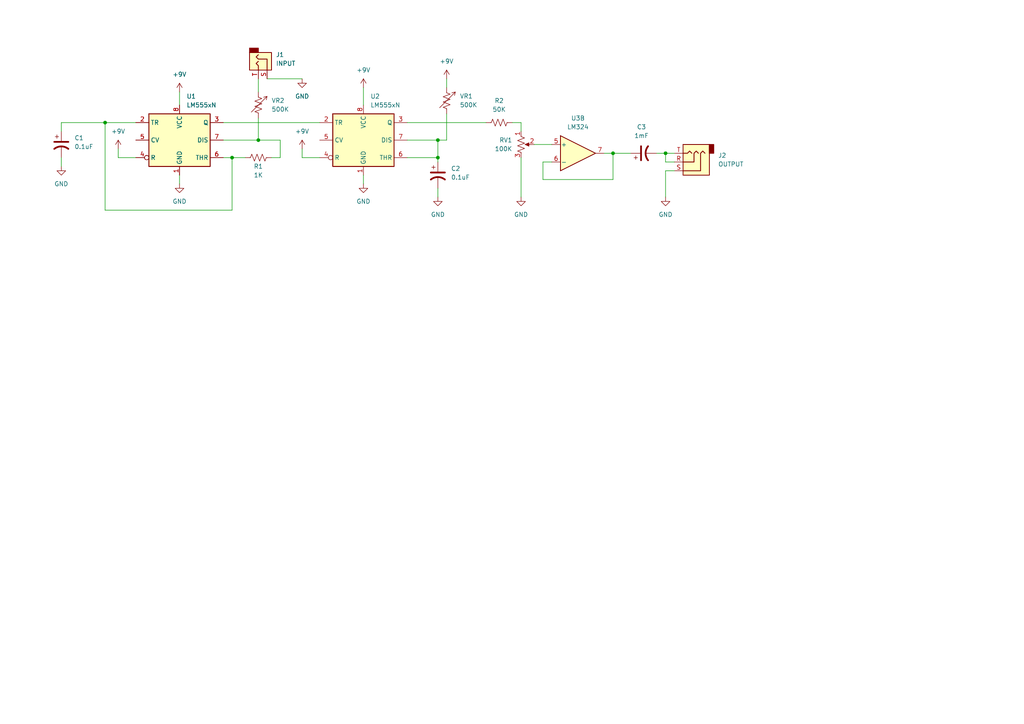
<source format=kicad_sch>
(kicad_sch (version 20230121) (generator eeschema)

  (uuid 3db2b854-567f-4631-b764-bc8442698c9a)

  (paper "A4")

  (lib_symbols
    (symbol "Amplifier_Operational:LM324" (pin_names (offset 0.127)) (in_bom yes) (on_board yes)
      (property "Reference" "U" (at 0 5.08 0)
        (effects (font (size 1.27 1.27)) (justify left))
      )
      (property "Value" "LM324" (at 0 -5.08 0)
        (effects (font (size 1.27 1.27)) (justify left))
      )
      (property "Footprint" "" (at -1.27 2.54 0)
        (effects (font (size 1.27 1.27)) hide)
      )
      (property "Datasheet" "http://www.ti.com/lit/ds/symlink/lm2902-n.pdf" (at 1.27 5.08 0)
        (effects (font (size 1.27 1.27)) hide)
      )
      (property "ki_locked" "" (at 0 0 0)
        (effects (font (size 1.27 1.27)))
      )
      (property "ki_keywords" "quad opamp" (at 0 0 0)
        (effects (font (size 1.27 1.27)) hide)
      )
      (property "ki_description" "Low-Power, Quad-Operational Amplifiers, DIP-14/SOIC-14/SSOP-14" (at 0 0 0)
        (effects (font (size 1.27 1.27)) hide)
      )
      (property "ki_fp_filters" "SOIC*3.9x8.7mm*P1.27mm* DIP*W7.62mm* TSSOP*4.4x5mm*P0.65mm* SSOP*5.3x6.2mm*P0.65mm* MSOP*3x3mm*P0.5mm*" (at 0 0 0)
        (effects (font (size 1.27 1.27)) hide)
      )
      (symbol "LM324_1_1"
        (polyline
          (pts
            (xy -5.08 5.08)
            (xy 5.08 0)
            (xy -5.08 -5.08)
            (xy -5.08 5.08)
          )
          (stroke (width 0.254) (type default))
          (fill (type background))
        )
        (pin output line (at 7.62 0 180) (length 2.54)
          (name "~" (effects (font (size 1.27 1.27))))
          (number "1" (effects (font (size 1.27 1.27))))
        )
        (pin input line (at -7.62 -2.54 0) (length 2.54)
          (name "-" (effects (font (size 1.27 1.27))))
          (number "2" (effects (font (size 1.27 1.27))))
        )
        (pin input line (at -7.62 2.54 0) (length 2.54)
          (name "+" (effects (font (size 1.27 1.27))))
          (number "3" (effects (font (size 1.27 1.27))))
        )
      )
      (symbol "LM324_2_1"
        (polyline
          (pts
            (xy -5.08 5.08)
            (xy 5.08 0)
            (xy -5.08 -5.08)
            (xy -5.08 5.08)
          )
          (stroke (width 0.254) (type default))
          (fill (type background))
        )
        (pin input line (at -7.62 2.54 0) (length 2.54)
          (name "+" (effects (font (size 1.27 1.27))))
          (number "5" (effects (font (size 1.27 1.27))))
        )
        (pin input line (at -7.62 -2.54 0) (length 2.54)
          (name "-" (effects (font (size 1.27 1.27))))
          (number "6" (effects (font (size 1.27 1.27))))
        )
        (pin output line (at 7.62 0 180) (length 2.54)
          (name "~" (effects (font (size 1.27 1.27))))
          (number "7" (effects (font (size 1.27 1.27))))
        )
      )
      (symbol "LM324_3_1"
        (polyline
          (pts
            (xy -5.08 5.08)
            (xy 5.08 0)
            (xy -5.08 -5.08)
            (xy -5.08 5.08)
          )
          (stroke (width 0.254) (type default))
          (fill (type background))
        )
        (pin input line (at -7.62 2.54 0) (length 2.54)
          (name "+" (effects (font (size 1.27 1.27))))
          (number "10" (effects (font (size 1.27 1.27))))
        )
        (pin output line (at 7.62 0 180) (length 2.54)
          (name "~" (effects (font (size 1.27 1.27))))
          (number "8" (effects (font (size 1.27 1.27))))
        )
        (pin input line (at -7.62 -2.54 0) (length 2.54)
          (name "-" (effects (font (size 1.27 1.27))))
          (number "9" (effects (font (size 1.27 1.27))))
        )
      )
      (symbol "LM324_4_1"
        (polyline
          (pts
            (xy -5.08 5.08)
            (xy 5.08 0)
            (xy -5.08 -5.08)
            (xy -5.08 5.08)
          )
          (stroke (width 0.254) (type default))
          (fill (type background))
        )
        (pin input line (at -7.62 2.54 0) (length 2.54)
          (name "+" (effects (font (size 1.27 1.27))))
          (number "12" (effects (font (size 1.27 1.27))))
        )
        (pin input line (at -7.62 -2.54 0) (length 2.54)
          (name "-" (effects (font (size 1.27 1.27))))
          (number "13" (effects (font (size 1.27 1.27))))
        )
        (pin output line (at 7.62 0 180) (length 2.54)
          (name "~" (effects (font (size 1.27 1.27))))
          (number "14" (effects (font (size 1.27 1.27))))
        )
      )
      (symbol "LM324_5_1"
        (pin power_in line (at -2.54 -7.62 90) (length 3.81)
          (name "V-" (effects (font (size 1.27 1.27))))
          (number "11" (effects (font (size 1.27 1.27))))
        )
        (pin power_in line (at -2.54 7.62 270) (length 3.81)
          (name "V+" (effects (font (size 1.27 1.27))))
          (number "4" (effects (font (size 1.27 1.27))))
        )
      )
    )
    (symbol "Connector:AudioJack2" (in_bom yes) (on_board yes)
      (property "Reference" "J" (at 0 8.89 0)
        (effects (font (size 1.27 1.27)))
      )
      (property "Value" "AudioJack2" (at 0 6.35 0)
        (effects (font (size 1.27 1.27)))
      )
      (property "Footprint" "" (at 0 0 0)
        (effects (font (size 1.27 1.27)) hide)
      )
      (property "Datasheet" "~" (at 0 0 0)
        (effects (font (size 1.27 1.27)) hide)
      )
      (property "ki_keywords" "audio jack receptacle mono phone headphone TS connector" (at 0 0 0)
        (effects (font (size 1.27 1.27)) hide)
      )
      (property "ki_description" "Audio Jack, 2 Poles (Mono / TS)" (at 0 0 0)
        (effects (font (size 1.27 1.27)) hide)
      )
      (property "ki_fp_filters" "Jack*" (at 0 0 0)
        (effects (font (size 1.27 1.27)) hide)
      )
      (symbol "AudioJack2_0_1"
        (rectangle (start -3.81 0) (end -2.54 -2.54)
          (stroke (width 0.254) (type default))
          (fill (type outline))
        )
        (rectangle (start -2.54 3.81) (end 2.54 -2.54)
          (stroke (width 0.254) (type default))
          (fill (type background))
        )
        (polyline
          (pts
            (xy 0 0)
            (xy 0.635 -0.635)
            (xy 1.27 0)
            (xy 2.54 0)
          )
          (stroke (width 0.254) (type default))
          (fill (type none))
        )
        (polyline
          (pts
            (xy 2.54 2.54)
            (xy -0.635 2.54)
            (xy -0.635 0)
            (xy -1.27 -0.635)
            (xy -1.905 0)
          )
          (stroke (width 0.254) (type default))
          (fill (type none))
        )
      )
      (symbol "AudioJack2_1_1"
        (pin passive line (at 5.08 2.54 180) (length 2.54)
          (name "~" (effects (font (size 1.27 1.27))))
          (number "S" (effects (font (size 1.27 1.27))))
        )
        (pin passive line (at 5.08 0 180) (length 2.54)
          (name "~" (effects (font (size 1.27 1.27))))
          (number "T" (effects (font (size 1.27 1.27))))
        )
      )
    )
    (symbol "Connector:AudioJack3" (in_bom yes) (on_board yes)
      (property "Reference" "J" (at 0 8.89 0)
        (effects (font (size 1.27 1.27)))
      )
      (property "Value" "AudioJack3" (at 0 6.35 0)
        (effects (font (size 1.27 1.27)))
      )
      (property "Footprint" "" (at 0 0 0)
        (effects (font (size 1.27 1.27)) hide)
      )
      (property "Datasheet" "~" (at 0 0 0)
        (effects (font (size 1.27 1.27)) hide)
      )
      (property "ki_keywords" "audio jack receptacle stereo headphones phones TRS connector" (at 0 0 0)
        (effects (font (size 1.27 1.27)) hide)
      )
      (property "ki_description" "Audio Jack, 3 Poles (Stereo / TRS)" (at 0 0 0)
        (effects (font (size 1.27 1.27)) hide)
      )
      (property "ki_fp_filters" "Jack*" (at 0 0 0)
        (effects (font (size 1.27 1.27)) hide)
      )
      (symbol "AudioJack3_0_1"
        (rectangle (start -5.08 -5.08) (end -6.35 -2.54)
          (stroke (width 0.254) (type default))
          (fill (type outline))
        )
        (polyline
          (pts
            (xy 0 -2.54)
            (xy 0.635 -3.175)
            (xy 1.27 -2.54)
            (xy 2.54 -2.54)
          )
          (stroke (width 0.254) (type default))
          (fill (type none))
        )
        (polyline
          (pts
            (xy -1.905 -2.54)
            (xy -1.27 -3.175)
            (xy -0.635 -2.54)
            (xy -0.635 0)
            (xy 2.54 0)
          )
          (stroke (width 0.254) (type default))
          (fill (type none))
        )
        (polyline
          (pts
            (xy 2.54 2.54)
            (xy -2.54 2.54)
            (xy -2.54 -2.54)
            (xy -3.175 -3.175)
            (xy -3.81 -2.54)
          )
          (stroke (width 0.254) (type default))
          (fill (type none))
        )
        (rectangle (start 2.54 3.81) (end -5.08 -5.08)
          (stroke (width 0.254) (type default))
          (fill (type background))
        )
      )
      (symbol "AudioJack3_1_1"
        (pin passive line (at 5.08 0 180) (length 2.54)
          (name "~" (effects (font (size 1.27 1.27))))
          (number "R" (effects (font (size 1.27 1.27))))
        )
        (pin passive line (at 5.08 2.54 180) (length 2.54)
          (name "~" (effects (font (size 1.27 1.27))))
          (number "S" (effects (font (size 1.27 1.27))))
        )
        (pin passive line (at 5.08 -2.54 180) (length 2.54)
          (name "~" (effects (font (size 1.27 1.27))))
          (number "T" (effects (font (size 1.27 1.27))))
        )
      )
    )
    (symbol "Device:C_Polarized_US" (pin_numbers hide) (pin_names (offset 0.254) hide) (in_bom yes) (on_board yes)
      (property "Reference" "C" (at 0.635 2.54 0)
        (effects (font (size 1.27 1.27)) (justify left))
      )
      (property "Value" "C_Polarized_US" (at 0.635 -2.54 0)
        (effects (font (size 1.27 1.27)) (justify left))
      )
      (property "Footprint" "" (at 0 0 0)
        (effects (font (size 1.27 1.27)) hide)
      )
      (property "Datasheet" "~" (at 0 0 0)
        (effects (font (size 1.27 1.27)) hide)
      )
      (property "ki_keywords" "cap capacitor" (at 0 0 0)
        (effects (font (size 1.27 1.27)) hide)
      )
      (property "ki_description" "Polarized capacitor, US symbol" (at 0 0 0)
        (effects (font (size 1.27 1.27)) hide)
      )
      (property "ki_fp_filters" "CP_*" (at 0 0 0)
        (effects (font (size 1.27 1.27)) hide)
      )
      (symbol "C_Polarized_US_0_1"
        (polyline
          (pts
            (xy -2.032 0.762)
            (xy 2.032 0.762)
          )
          (stroke (width 0.508) (type default))
          (fill (type none))
        )
        (polyline
          (pts
            (xy -1.778 2.286)
            (xy -0.762 2.286)
          )
          (stroke (width 0) (type default))
          (fill (type none))
        )
        (polyline
          (pts
            (xy -1.27 1.778)
            (xy -1.27 2.794)
          )
          (stroke (width 0) (type default))
          (fill (type none))
        )
        (arc (start 2.032 -1.27) (mid 0 -0.5572) (end -2.032 -1.27)
          (stroke (width 0.508) (type default))
          (fill (type none))
        )
      )
      (symbol "C_Polarized_US_1_1"
        (pin passive line (at 0 3.81 270) (length 2.794)
          (name "~" (effects (font (size 1.27 1.27))))
          (number "1" (effects (font (size 1.27 1.27))))
        )
        (pin passive line (at 0 -3.81 90) (length 3.302)
          (name "~" (effects (font (size 1.27 1.27))))
          (number "2" (effects (font (size 1.27 1.27))))
        )
      )
    )
    (symbol "Device:R_Potentiometer_US" (pin_names (offset 1.016) hide) (in_bom yes) (on_board yes)
      (property "Reference" "RV" (at -4.445 0 90)
        (effects (font (size 1.27 1.27)))
      )
      (property "Value" "R_Potentiometer_US" (at -2.54 0 90)
        (effects (font (size 1.27 1.27)))
      )
      (property "Footprint" "" (at 0 0 0)
        (effects (font (size 1.27 1.27)) hide)
      )
      (property "Datasheet" "~" (at 0 0 0)
        (effects (font (size 1.27 1.27)) hide)
      )
      (property "ki_keywords" "resistor variable" (at 0 0 0)
        (effects (font (size 1.27 1.27)) hide)
      )
      (property "ki_description" "Potentiometer, US symbol" (at 0 0 0)
        (effects (font (size 1.27 1.27)) hide)
      )
      (property "ki_fp_filters" "Potentiometer*" (at 0 0 0)
        (effects (font (size 1.27 1.27)) hide)
      )
      (symbol "R_Potentiometer_US_0_1"
        (polyline
          (pts
            (xy 0 -2.286)
            (xy 0 -2.54)
          )
          (stroke (width 0) (type default))
          (fill (type none))
        )
        (polyline
          (pts
            (xy 0 2.54)
            (xy 0 2.286)
          )
          (stroke (width 0) (type default))
          (fill (type none))
        )
        (polyline
          (pts
            (xy 2.54 0)
            (xy 1.524 0)
          )
          (stroke (width 0) (type default))
          (fill (type none))
        )
        (polyline
          (pts
            (xy 1.143 0)
            (xy 2.286 0.508)
            (xy 2.286 -0.508)
            (xy 1.143 0)
          )
          (stroke (width 0) (type default))
          (fill (type outline))
        )
        (polyline
          (pts
            (xy 0 -0.762)
            (xy 1.016 -1.143)
            (xy 0 -1.524)
            (xy -1.016 -1.905)
            (xy 0 -2.286)
          )
          (stroke (width 0) (type default))
          (fill (type none))
        )
        (polyline
          (pts
            (xy 0 0.762)
            (xy 1.016 0.381)
            (xy 0 0)
            (xy -1.016 -0.381)
            (xy 0 -0.762)
          )
          (stroke (width 0) (type default))
          (fill (type none))
        )
        (polyline
          (pts
            (xy 0 2.286)
            (xy 1.016 1.905)
            (xy 0 1.524)
            (xy -1.016 1.143)
            (xy 0 0.762)
          )
          (stroke (width 0) (type default))
          (fill (type none))
        )
      )
      (symbol "R_Potentiometer_US_1_1"
        (pin passive line (at 0 3.81 270) (length 1.27)
          (name "1" (effects (font (size 1.27 1.27))))
          (number "1" (effects (font (size 1.27 1.27))))
        )
        (pin passive line (at 3.81 0 180) (length 1.27)
          (name "2" (effects (font (size 1.27 1.27))))
          (number "2" (effects (font (size 1.27 1.27))))
        )
        (pin passive line (at 0 -3.81 90) (length 1.27)
          (name "3" (effects (font (size 1.27 1.27))))
          (number "3" (effects (font (size 1.27 1.27))))
        )
      )
    )
    (symbol "Device:R_US" (pin_numbers hide) (pin_names (offset 0)) (in_bom yes) (on_board yes)
      (property "Reference" "R" (at 2.54 0 90)
        (effects (font (size 1.27 1.27)))
      )
      (property "Value" "R_US" (at -2.54 0 90)
        (effects (font (size 1.27 1.27)))
      )
      (property "Footprint" "" (at 1.016 -0.254 90)
        (effects (font (size 1.27 1.27)) hide)
      )
      (property "Datasheet" "~" (at 0 0 0)
        (effects (font (size 1.27 1.27)) hide)
      )
      (property "ki_keywords" "R res resistor" (at 0 0 0)
        (effects (font (size 1.27 1.27)) hide)
      )
      (property "ki_description" "Resistor, US symbol" (at 0 0 0)
        (effects (font (size 1.27 1.27)) hide)
      )
      (property "ki_fp_filters" "R_*" (at 0 0 0)
        (effects (font (size 1.27 1.27)) hide)
      )
      (symbol "R_US_0_1"
        (polyline
          (pts
            (xy 0 -2.286)
            (xy 0 -2.54)
          )
          (stroke (width 0) (type default))
          (fill (type none))
        )
        (polyline
          (pts
            (xy 0 2.286)
            (xy 0 2.54)
          )
          (stroke (width 0) (type default))
          (fill (type none))
        )
        (polyline
          (pts
            (xy 0 -0.762)
            (xy 1.016 -1.143)
            (xy 0 -1.524)
            (xy -1.016 -1.905)
            (xy 0 -2.286)
          )
          (stroke (width 0) (type default))
          (fill (type none))
        )
        (polyline
          (pts
            (xy 0 0.762)
            (xy 1.016 0.381)
            (xy 0 0)
            (xy -1.016 -0.381)
            (xy 0 -0.762)
          )
          (stroke (width 0) (type default))
          (fill (type none))
        )
        (polyline
          (pts
            (xy 0 2.286)
            (xy 1.016 1.905)
            (xy 0 1.524)
            (xy -1.016 1.143)
            (xy 0 0.762)
          )
          (stroke (width 0) (type default))
          (fill (type none))
        )
      )
      (symbol "R_US_1_1"
        (pin passive line (at 0 3.81 270) (length 1.27)
          (name "~" (effects (font (size 1.27 1.27))))
          (number "1" (effects (font (size 1.27 1.27))))
        )
        (pin passive line (at 0 -3.81 90) (length 1.27)
          (name "~" (effects (font (size 1.27 1.27))))
          (number "2" (effects (font (size 1.27 1.27))))
        )
      )
    )
    (symbol "Device:R_Variable_US" (pin_numbers hide) (pin_names (offset 0)) (in_bom yes) (on_board yes)
      (property "Reference" "R" (at 2.54 -2.54 90)
        (effects (font (size 1.27 1.27)) (justify left))
      )
      (property "Value" "R_Variable_US" (at -2.54 -1.27 90)
        (effects (font (size 1.27 1.27)) (justify left))
      )
      (property "Footprint" "" (at -1.778 0 90)
        (effects (font (size 1.27 1.27)) hide)
      )
      (property "Datasheet" "~" (at 0 0 0)
        (effects (font (size 1.27 1.27)) hide)
      )
      (property "ki_keywords" "R res resistor variable potentiometer rheostat" (at 0 0 0)
        (effects (font (size 1.27 1.27)) hide)
      )
      (property "ki_description" "Variable resistor, US symbol" (at 0 0 0)
        (effects (font (size 1.27 1.27)) hide)
      )
      (property "ki_fp_filters" "R_*" (at 0 0 0)
        (effects (font (size 1.27 1.27)) hide)
      )
      (symbol "R_Variable_US_0_1"
        (polyline
          (pts
            (xy 0 -2.286)
            (xy 0 -2.54)
          )
          (stroke (width 0) (type default))
          (fill (type none))
        )
        (polyline
          (pts
            (xy 0 2.286)
            (xy 0 2.54)
          )
          (stroke (width 0) (type default))
          (fill (type none))
        )
        (polyline
          (pts
            (xy 0 -0.762)
            (xy 1.016 -1.143)
            (xy 0 -1.524)
            (xy -1.016 -1.905)
            (xy 0 -2.286)
          )
          (stroke (width 0) (type default))
          (fill (type none))
        )
        (polyline
          (pts
            (xy 0 0.762)
            (xy 1.016 0.381)
            (xy 0 0)
            (xy -1.016 -0.381)
            (xy 0 -0.762)
          )
          (stroke (width 0) (type default))
          (fill (type none))
        )
        (polyline
          (pts
            (xy 0 2.286)
            (xy 1.016 1.905)
            (xy 0 1.524)
            (xy -1.016 1.143)
            (xy 0 0.762)
          )
          (stroke (width 0.1524) (type default))
          (fill (type none))
        )
        (polyline
          (pts
            (xy 2.286 1.524)
            (xy 2.54 2.54)
            (xy 1.524 2.286)
            (xy 2.54 2.54)
            (xy -2.032 -2.032)
          )
          (stroke (width 0.1524) (type default))
          (fill (type none))
        )
      )
      (symbol "R_Variable_US_1_1"
        (pin passive line (at 0 3.81 270) (length 1.27)
          (name "~" (effects (font (size 1.27 1.27))))
          (number "1" (effects (font (size 1.27 1.27))))
        )
        (pin passive line (at 0 -3.81 90) (length 1.27)
          (name "~" (effects (font (size 1.27 1.27))))
          (number "2" (effects (font (size 1.27 1.27))))
        )
      )
    )
    (symbol "Timer:LM555xN" (in_bom yes) (on_board yes)
      (property "Reference" "U" (at -10.16 8.89 0)
        (effects (font (size 1.27 1.27)) (justify left))
      )
      (property "Value" "LM555xN" (at 2.54 8.89 0)
        (effects (font (size 1.27 1.27)) (justify left))
      )
      (property "Footprint" "Package_DIP:DIP-8_W7.62mm" (at 16.51 -10.16 0)
        (effects (font (size 1.27 1.27)) hide)
      )
      (property "Datasheet" "http://www.ti.com/lit/ds/symlink/lm555.pdf" (at 21.59 -10.16 0)
        (effects (font (size 1.27 1.27)) hide)
      )
      (property "ki_keywords" "single timer 555" (at 0 0 0)
        (effects (font (size 1.27 1.27)) hide)
      )
      (property "ki_description" "Timer, 555 compatible, PDIP-8" (at 0 0 0)
        (effects (font (size 1.27 1.27)) hide)
      )
      (property "ki_fp_filters" "DIP*W7.62mm*" (at 0 0 0)
        (effects (font (size 1.27 1.27)) hide)
      )
      (symbol "LM555xN_0_0"
        (pin power_in line (at 0 -10.16 90) (length 2.54)
          (name "GND" (effects (font (size 1.27 1.27))))
          (number "1" (effects (font (size 1.27 1.27))))
        )
        (pin power_in line (at 0 10.16 270) (length 2.54)
          (name "VCC" (effects (font (size 1.27 1.27))))
          (number "8" (effects (font (size 1.27 1.27))))
        )
      )
      (symbol "LM555xN_0_1"
        (rectangle (start -8.89 -7.62) (end 8.89 7.62)
          (stroke (width 0.254) (type default))
          (fill (type background))
        )
        (rectangle (start -8.89 -7.62) (end 8.89 7.62)
          (stroke (width 0.254) (type default))
          (fill (type background))
        )
      )
      (symbol "LM555xN_1_1"
        (pin input line (at -12.7 5.08 0) (length 3.81)
          (name "TR" (effects (font (size 1.27 1.27))))
          (number "2" (effects (font (size 1.27 1.27))))
        )
        (pin output line (at 12.7 5.08 180) (length 3.81)
          (name "Q" (effects (font (size 1.27 1.27))))
          (number "3" (effects (font (size 1.27 1.27))))
        )
        (pin input inverted (at -12.7 -5.08 0) (length 3.81)
          (name "R" (effects (font (size 1.27 1.27))))
          (number "4" (effects (font (size 1.27 1.27))))
        )
        (pin input line (at -12.7 0 0) (length 3.81)
          (name "CV" (effects (font (size 1.27 1.27))))
          (number "5" (effects (font (size 1.27 1.27))))
        )
        (pin input line (at 12.7 -5.08 180) (length 3.81)
          (name "THR" (effects (font (size 1.27 1.27))))
          (number "6" (effects (font (size 1.27 1.27))))
        )
        (pin input line (at 12.7 0 180) (length 3.81)
          (name "DIS" (effects (font (size 1.27 1.27))))
          (number "7" (effects (font (size 1.27 1.27))))
        )
      )
    )
    (symbol "power:+9V" (power) (pin_names (offset 0)) (in_bom yes) (on_board yes)
      (property "Reference" "#PWR" (at 0 -3.81 0)
        (effects (font (size 1.27 1.27)) hide)
      )
      (property "Value" "+9V" (at 0 3.556 0)
        (effects (font (size 1.27 1.27)))
      )
      (property "Footprint" "" (at 0 0 0)
        (effects (font (size 1.27 1.27)) hide)
      )
      (property "Datasheet" "" (at 0 0 0)
        (effects (font (size 1.27 1.27)) hide)
      )
      (property "ki_keywords" "power-flag" (at 0 0 0)
        (effects (font (size 1.27 1.27)) hide)
      )
      (property "ki_description" "Power symbol creates a global label with name \"+9V\"" (at 0 0 0)
        (effects (font (size 1.27 1.27)) hide)
      )
      (symbol "+9V_0_1"
        (polyline
          (pts
            (xy -0.762 1.27)
            (xy 0 2.54)
          )
          (stroke (width 0) (type default))
          (fill (type none))
        )
        (polyline
          (pts
            (xy 0 0)
            (xy 0 2.54)
          )
          (stroke (width 0) (type default))
          (fill (type none))
        )
        (polyline
          (pts
            (xy 0 2.54)
            (xy 0.762 1.27)
          )
          (stroke (width 0) (type default))
          (fill (type none))
        )
      )
      (symbol "+9V_1_1"
        (pin power_in line (at 0 0 90) (length 0) hide
          (name "+9V" (effects (font (size 1.27 1.27))))
          (number "1" (effects (font (size 1.27 1.27))))
        )
      )
    )
    (symbol "power:GND" (power) (pin_names (offset 0)) (in_bom yes) (on_board yes)
      (property "Reference" "#PWR" (at 0 -6.35 0)
        (effects (font (size 1.27 1.27)) hide)
      )
      (property "Value" "GND" (at 0 -3.81 0)
        (effects (font (size 1.27 1.27)))
      )
      (property "Footprint" "" (at 0 0 0)
        (effects (font (size 1.27 1.27)) hide)
      )
      (property "Datasheet" "" (at 0 0 0)
        (effects (font (size 1.27 1.27)) hide)
      )
      (property "ki_keywords" "power-flag" (at 0 0 0)
        (effects (font (size 1.27 1.27)) hide)
      )
      (property "ki_description" "Power symbol creates a global label with name \"GND\" , ground" (at 0 0 0)
        (effects (font (size 1.27 1.27)) hide)
      )
      (symbol "GND_0_1"
        (polyline
          (pts
            (xy 0 0)
            (xy 0 -1.27)
            (xy 1.27 -1.27)
            (xy 0 -2.54)
            (xy -1.27 -1.27)
            (xy 0 -1.27)
          )
          (stroke (width 0) (type default))
          (fill (type none))
        )
      )
      (symbol "GND_1_1"
        (pin power_in line (at 0 0 270) (length 0) hide
          (name "GND" (effects (font (size 1.27 1.27))))
          (number "1" (effects (font (size 1.27 1.27))))
        )
      )
    )
  )

  (junction (at 67.31 45.72) (diameter 0) (color 0 0 0 0)
    (uuid 2c1318da-2b3a-47cf-b57d-33ddc99b17a3)
  )
  (junction (at 74.93 40.64) (diameter 0) (color 0 0 0 0)
    (uuid 37ec01c7-a435-4d90-b6f2-3c8429b350a0)
  )
  (junction (at 193.04 44.45) (diameter 0) (color 0 0 0 0)
    (uuid 46c4f4fb-aca7-4f46-b54d-c49e93c6bac0)
  )
  (junction (at 127 40.64) (diameter 0) (color 0 0 0 0)
    (uuid 5df3d94b-53c4-4b3d-8a93-7a91b476f5d0)
  )
  (junction (at 127 45.72) (diameter 0) (color 0 0 0 0)
    (uuid 7fe8f781-0e30-4592-89c2-a03d349ad8ab)
  )
  (junction (at 177.8 44.45) (diameter 0) (color 0 0 0 0)
    (uuid c6b195df-d9f4-4f6c-910f-717e0a326b6d)
  )
  (junction (at 30.48 35.56) (diameter 0) (color 0 0 0 0)
    (uuid e3f4f9ad-a251-41be-abd6-19fae91257d5)
  )

  (wire (pts (xy 127 54.61) (xy 127 57.15))
    (stroke (width 0) (type default))
    (uuid 06cd31b6-ddd4-4dd0-9836-858909157344)
  )
  (wire (pts (xy 74.93 40.64) (xy 81.28 40.64))
    (stroke (width 0) (type default))
    (uuid 112d6490-e4e3-452e-b444-0159995a9324)
  )
  (wire (pts (xy 177.8 52.07) (xy 157.48 52.07))
    (stroke (width 0) (type default))
    (uuid 17a1a2b4-9c1c-41f7-8399-01b547d41db5)
  )
  (wire (pts (xy 17.78 38.1) (xy 17.78 35.56))
    (stroke (width 0) (type default))
    (uuid 1803c5cf-5686-4eec-a316-c6fc376bba8f)
  )
  (wire (pts (xy 34.29 43.18) (xy 34.29 45.72))
    (stroke (width 0) (type default))
    (uuid 18994df9-1c4d-4d00-ac79-93b3d7a98e7d)
  )
  (wire (pts (xy 148.59 35.56) (xy 151.13 35.56))
    (stroke (width 0) (type default))
    (uuid 20b8c908-3824-4c53-96cb-3ae3a44d23a9)
  )
  (wire (pts (xy 30.48 35.56) (xy 39.37 35.56))
    (stroke (width 0) (type default))
    (uuid 27296ef3-be64-4716-9627-3ba40faca72c)
  )
  (wire (pts (xy 129.54 40.64) (xy 127 40.64))
    (stroke (width 0) (type default))
    (uuid 2b380a0d-d45c-41fb-8046-9d428665a824)
  )
  (wire (pts (xy 127 45.72) (xy 127 46.99))
    (stroke (width 0) (type default))
    (uuid 2f9addf2-ba7e-47a8-8ab9-1fe7873771a5)
  )
  (wire (pts (xy 87.63 45.72) (xy 92.71 45.72))
    (stroke (width 0) (type default))
    (uuid 31d64918-d9e0-494a-bc95-947f89b353d4)
  )
  (wire (pts (xy 78.74 45.72) (xy 81.28 45.72))
    (stroke (width 0) (type default))
    (uuid 338e26fb-9b9e-45ed-acfc-4969998e3895)
  )
  (wire (pts (xy 74.93 34.29) (xy 74.93 40.64))
    (stroke (width 0) (type default))
    (uuid 34e0ce77-f403-49d9-a3d2-227f14e0a525)
  )
  (wire (pts (xy 175.26 44.45) (xy 177.8 44.45))
    (stroke (width 0) (type default))
    (uuid 3fe88271-cce0-4155-929c-85782924eb35)
  )
  (wire (pts (xy 67.31 45.72) (xy 67.31 60.96))
    (stroke (width 0) (type default))
    (uuid 48181262-263e-4a4a-b419-db2b7f6e6b6c)
  )
  (wire (pts (xy 64.77 40.64) (xy 74.93 40.64))
    (stroke (width 0) (type default))
    (uuid 49c33c47-b19e-4bf5-b6ea-dff50d11373b)
  )
  (wire (pts (xy 30.48 60.96) (xy 30.48 35.56))
    (stroke (width 0) (type default))
    (uuid 4e36bee2-986b-418c-a8cc-7db565aa9699)
  )
  (wire (pts (xy 195.58 46.99) (xy 193.04 46.99))
    (stroke (width 0) (type default))
    (uuid 52e7fc50-92b5-4313-a417-afc3d64ce55d)
  )
  (wire (pts (xy 52.07 26.67) (xy 52.07 30.48))
    (stroke (width 0) (type default))
    (uuid 5a08e4d1-2355-4266-8c80-c97124512904)
  )
  (wire (pts (xy 177.8 44.45) (xy 177.8 52.07))
    (stroke (width 0) (type default))
    (uuid 5c543303-f126-4a09-9a83-6268e1c9fec3)
  )
  (wire (pts (xy 64.77 35.56) (xy 92.71 35.56))
    (stroke (width 0) (type default))
    (uuid 610fa5a2-167f-4b98-8963-a3ff8defd173)
  )
  (wire (pts (xy 118.11 35.56) (xy 140.97 35.56))
    (stroke (width 0) (type default))
    (uuid 6c83a243-6dba-4013-8b9c-9552388e7ebe)
  )
  (wire (pts (xy 154.94 41.91) (xy 160.02 41.91))
    (stroke (width 0) (type default))
    (uuid 6eeac48b-0fcd-4421-967d-b2c4c6a857f4)
  )
  (wire (pts (xy 127 40.64) (xy 118.11 40.64))
    (stroke (width 0) (type default))
    (uuid 723dde6f-d5bd-4f1a-80d6-91e7b3861ac0)
  )
  (wire (pts (xy 105.41 25.4) (xy 105.41 30.48))
    (stroke (width 0) (type default))
    (uuid 72ae1190-81c2-472d-8112-f5beb93983e9)
  )
  (wire (pts (xy 127 40.64) (xy 127 45.72))
    (stroke (width 0) (type default))
    (uuid 80a64134-4e40-45b0-9e99-7373966907e4)
  )
  (wire (pts (xy 177.8 44.45) (xy 182.88 44.45))
    (stroke (width 0) (type default))
    (uuid 8343565d-8ed3-45c4-93a8-d7a88d557231)
  )
  (wire (pts (xy 81.28 40.64) (xy 81.28 45.72))
    (stroke (width 0) (type default))
    (uuid 884eea5a-d6db-4191-8fb8-1550d1f4030b)
  )
  (wire (pts (xy 193.04 44.45) (xy 195.58 44.45))
    (stroke (width 0) (type default))
    (uuid 8bfaac7c-b53d-43f5-b494-15562e3b728d)
  )
  (wire (pts (xy 17.78 45.72) (xy 17.78 48.26))
    (stroke (width 0) (type default))
    (uuid 8c178ec8-bee5-4486-8aee-243d28db47c2)
  )
  (wire (pts (xy 118.11 45.72) (xy 127 45.72))
    (stroke (width 0) (type default))
    (uuid 8e52c531-1741-4e72-a23a-b81bb5caf6ad)
  )
  (wire (pts (xy 77.47 22.86) (xy 87.63 22.86))
    (stroke (width 0) (type default))
    (uuid 983fd000-ac0e-4da0-935a-eba43d5d26e4)
  )
  (wire (pts (xy 193.04 44.45) (xy 193.04 46.99))
    (stroke (width 0) (type default))
    (uuid 9df564f6-5734-4e0f-a0fd-1e0bc0339c8d)
  )
  (wire (pts (xy 87.63 43.18) (xy 87.63 45.72))
    (stroke (width 0) (type default))
    (uuid 9faf4c30-de56-4590-afd0-42978aa51307)
  )
  (wire (pts (xy 105.41 50.8) (xy 105.41 53.34))
    (stroke (width 0) (type default))
    (uuid a59091b0-8da1-49d9-8c9c-69b2de2fcc81)
  )
  (wire (pts (xy 190.5 44.45) (xy 193.04 44.45))
    (stroke (width 0) (type default))
    (uuid b35d9ea5-4fe6-4323-ab67-66c5048822e6)
  )
  (wire (pts (xy 129.54 33.02) (xy 129.54 40.64))
    (stroke (width 0) (type default))
    (uuid c245fe2c-e8f0-44eb-add8-31b8d963f0fd)
  )
  (wire (pts (xy 34.29 45.72) (xy 39.37 45.72))
    (stroke (width 0) (type default))
    (uuid d4d084d0-00bb-4fda-bae3-6b37209e496f)
  )
  (wire (pts (xy 151.13 45.72) (xy 151.13 57.15))
    (stroke (width 0) (type default))
    (uuid da0dae29-42d4-483a-9ab1-6e5fb7494f0a)
  )
  (wire (pts (xy 157.48 46.99) (xy 160.02 46.99))
    (stroke (width 0) (type default))
    (uuid db63a4a7-032a-434b-b623-25db3e2b36ed)
  )
  (wire (pts (xy 195.58 49.53) (xy 193.04 49.53))
    (stroke (width 0) (type default))
    (uuid dc4588f9-5a78-4450-9908-c5fe9b6e208d)
  )
  (wire (pts (xy 193.04 49.53) (xy 193.04 57.15))
    (stroke (width 0) (type default))
    (uuid de1efd01-5d88-4957-aadd-993f094211d7)
  )
  (wire (pts (xy 67.31 45.72) (xy 71.12 45.72))
    (stroke (width 0) (type default))
    (uuid e27ecf25-54e2-428e-b2c8-e19df01bb771)
  )
  (wire (pts (xy 64.77 45.72) (xy 67.31 45.72))
    (stroke (width 0) (type default))
    (uuid e31a448c-88f7-482d-aa30-75edea8854c3)
  )
  (wire (pts (xy 157.48 52.07) (xy 157.48 46.99))
    (stroke (width 0) (type default))
    (uuid e3adbf01-8b14-4b39-a3af-b03a85547ed6)
  )
  (wire (pts (xy 17.78 35.56) (xy 30.48 35.56))
    (stroke (width 0) (type default))
    (uuid e94d63d5-ffa5-4f1d-b655-519c7ef7eef0)
  )
  (wire (pts (xy 52.07 50.8) (xy 52.07 53.34))
    (stroke (width 0) (type default))
    (uuid eeb9ce34-0440-47fd-abdc-95265ef7711c)
  )
  (wire (pts (xy 74.93 22.86) (xy 74.93 26.67))
    (stroke (width 0) (type default))
    (uuid f74f7d12-ab5a-4a8d-840c-9b93ec9b80bd)
  )
  (wire (pts (xy 67.31 60.96) (xy 30.48 60.96))
    (stroke (width 0) (type default))
    (uuid f9219649-1dcd-4aaf-be75-57508d68c297)
  )
  (wire (pts (xy 151.13 35.56) (xy 151.13 38.1))
    (stroke (width 0) (type default))
    (uuid fc4c206d-8a12-4bd9-9ca2-fb65d9a6a455)
  )
  (wire (pts (xy 129.54 22.86) (xy 129.54 25.4))
    (stroke (width 0) (type default))
    (uuid fc92dbb5-4628-42f6-87ed-e171ab1c35bc)
  )

  (symbol (lib_id "power:+9V") (at 105.41 25.4 0) (unit 1)
    (in_bom yes) (on_board yes) (dnp no) (fields_autoplaced)
    (uuid 03aeb273-d3d4-4cc2-81ce-124f9390177e)
    (property "Reference" "#PWR?" (at 105.41 29.21 0)
      (effects (font (size 1.27 1.27)) hide)
    )
    (property "Value" "+9V" (at 105.41 20.32 0)
      (effects (font (size 1.27 1.27)))
    )
    (property "Footprint" "" (at 105.41 25.4 0)
      (effects (font (size 1.27 1.27)) hide)
    )
    (property "Datasheet" "" (at 105.41 25.4 0)
      (effects (font (size 1.27 1.27)) hide)
    )
    (pin "1" (uuid 9c931c66-b54d-4a75-8b29-ebc7cf8ef108))
    (instances
      (project "apc_synth"
        (path "/3db2b854-567f-4631-b764-bc8442698c9a"
          (reference "#PWR?") (unit 1)
        )
      )
    )
  )

  (symbol (lib_id "power:GND") (at 87.63 22.86 0) (unit 1)
    (in_bom yes) (on_board yes) (dnp no) (fields_autoplaced)
    (uuid 0bed1ca1-bce5-4074-bde9-409d617aaae1)
    (property "Reference" "#PWR?" (at 87.63 29.21 0)
      (effects (font (size 1.27 1.27)) hide)
    )
    (property "Value" "GND" (at 87.63 27.94 0)
      (effects (font (size 1.27 1.27)))
    )
    (property "Footprint" "" (at 87.63 22.86 0)
      (effects (font (size 1.27 1.27)) hide)
    )
    (property "Datasheet" "" (at 87.63 22.86 0)
      (effects (font (size 1.27 1.27)) hide)
    )
    (pin "1" (uuid d4e3c144-6e13-4a95-868e-77c5e14074e8))
    (instances
      (project "apc_synth"
        (path "/3db2b854-567f-4631-b764-bc8442698c9a"
          (reference "#PWR?") (unit 1)
        )
      )
    )
  )

  (symbol (lib_id "power:GND") (at 52.07 53.34 0) (unit 1)
    (in_bom yes) (on_board yes) (dnp no) (fields_autoplaced)
    (uuid 162d7403-902a-4ce6-bcb6-9951ac0f6a52)
    (property "Reference" "#PWR?" (at 52.07 59.69 0)
      (effects (font (size 1.27 1.27)) hide)
    )
    (property "Value" "GND" (at 52.07 58.42 0)
      (effects (font (size 1.27 1.27)))
    )
    (property "Footprint" "" (at 52.07 53.34 0)
      (effects (font (size 1.27 1.27)) hide)
    )
    (property "Datasheet" "" (at 52.07 53.34 0)
      (effects (font (size 1.27 1.27)) hide)
    )
    (pin "1" (uuid c4ee1d54-5494-4c1f-bd9b-8907da1a57b5))
    (instances
      (project "apc_synth"
        (path "/3db2b854-567f-4631-b764-bc8442698c9a"
          (reference "#PWR?") (unit 1)
        )
      )
    )
  )

  (symbol (lib_id "Amplifier_Operational:LM324") (at 167.64 44.45 0) (unit 2)
    (in_bom yes) (on_board yes) (dnp no) (fields_autoplaced)
    (uuid 29597834-04ef-4bfb-93b8-d780bb57dc44)
    (property "Reference" "U3" (at 167.64 34.29 0)
      (effects (font (size 1.27 1.27)))
    )
    (property "Value" "LM324" (at 167.64 36.83 0)
      (effects (font (size 1.27 1.27)))
    )
    (property "Footprint" "" (at 166.37 41.91 0)
      (effects (font (size 1.27 1.27)) hide)
    )
    (property "Datasheet" "http://www.ti.com/lit/ds/symlink/lm2902-n.pdf" (at 168.91 39.37 0)
      (effects (font (size 1.27 1.27)) hide)
    )
    (pin "1" (uuid 897545ad-2a6a-4ad4-a730-8b7c26a3c5c6))
    (pin "2" (uuid ffd5b666-4635-454e-9066-1fd8fa31fa5a))
    (pin "3" (uuid 45fbf304-3141-4d25-95fa-f688f12a590d))
    (pin "5" (uuid 475b5df6-9c0e-4348-8727-f53bb6dc50d7))
    (pin "6" (uuid 100614f3-e95f-40a5-81a7-83b0ba9f091f))
    (pin "7" (uuid d4ea2903-c47c-419b-b8da-ad3a40b21ebf))
    (pin "10" (uuid b1ed5765-db97-4199-b7ce-8f61ba27a3cf))
    (pin "8" (uuid 548c1d6a-33a8-4045-b0bc-d7a63f063729))
    (pin "9" (uuid 6036ce71-4f1d-4875-ac93-024b2d84307a))
    (pin "12" (uuid 98b23ea1-36bf-46fe-b461-c182b670944e))
    (pin "13" (uuid 7cd0e2da-5ad3-448a-ba10-ca342270c265))
    (pin "14" (uuid b2e7c3c2-6c5f-4b55-8e5a-9909634af6c0))
    (pin "11" (uuid 6411ea06-1b60-414c-8183-de7a36926cbb))
    (pin "4" (uuid 41335293-9bdc-485c-acf1-311355767b30))
    (instances
      (project "apc_synth"
        (path "/3db2b854-567f-4631-b764-bc8442698c9a"
          (reference "U3") (unit 2)
        )
      )
    )
  )

  (symbol (lib_id "power:GND") (at 151.13 57.15 0) (unit 1)
    (in_bom yes) (on_board yes) (dnp no) (fields_autoplaced)
    (uuid 373864c7-669c-46d3-8017-92b9b16b685c)
    (property "Reference" "#PWR?" (at 151.13 63.5 0)
      (effects (font (size 1.27 1.27)) hide)
    )
    (property "Value" "GND" (at 151.13 62.23 0)
      (effects (font (size 1.27 1.27)))
    )
    (property "Footprint" "" (at 151.13 57.15 0)
      (effects (font (size 1.27 1.27)) hide)
    )
    (property "Datasheet" "" (at 151.13 57.15 0)
      (effects (font (size 1.27 1.27)) hide)
    )
    (pin "1" (uuid 8ddc9887-be6b-4ce3-8662-b3480fdc5f42))
    (instances
      (project "apc_synth"
        (path "/3db2b854-567f-4631-b764-bc8442698c9a"
          (reference "#PWR?") (unit 1)
        )
      )
    )
  )

  (symbol (lib_id "power:+9V") (at 34.29 43.18 0) (unit 1)
    (in_bom yes) (on_board yes) (dnp no) (fields_autoplaced)
    (uuid 4b724a05-e8b8-4d3a-9ef8-416f22a37460)
    (property "Reference" "#PWR?" (at 34.29 46.99 0)
      (effects (font (size 1.27 1.27)) hide)
    )
    (property "Value" "+9V" (at 34.29 38.1 0)
      (effects (font (size 1.27 1.27)))
    )
    (property "Footprint" "" (at 34.29 43.18 0)
      (effects (font (size 1.27 1.27)) hide)
    )
    (property "Datasheet" "" (at 34.29 43.18 0)
      (effects (font (size 1.27 1.27)) hide)
    )
    (pin "1" (uuid bb578aab-0036-44a4-a654-1d1a117cd4ca))
    (instances
      (project "apc_synth"
        (path "/3db2b854-567f-4631-b764-bc8442698c9a"
          (reference "#PWR?") (unit 1)
        )
      )
    )
  )

  (symbol (lib_id "Device:C_Polarized_US") (at 17.78 41.91 0) (unit 1)
    (in_bom yes) (on_board yes) (dnp no) (fields_autoplaced)
    (uuid 573c53ef-ac2e-40b5-bfcc-b3c4d41c0adf)
    (property "Reference" "C1" (at 21.59 40.0049 0)
      (effects (font (size 1.27 1.27)) (justify left))
    )
    (property "Value" "0.1uF" (at 21.59 42.5449 0)
      (effects (font (size 1.27 1.27)) (justify left))
    )
    (property "Footprint" "" (at 17.78 41.91 0)
      (effects (font (size 1.27 1.27)) hide)
    )
    (property "Datasheet" "~" (at 17.78 41.91 0)
      (effects (font (size 1.27 1.27)) hide)
    )
    (pin "1" (uuid e6e963e3-4b3e-4824-af50-a71dedf40d27))
    (pin "2" (uuid dfc57960-b91e-4dde-b00f-dab668cd6af5))
    (instances
      (project "apc_synth"
        (path "/3db2b854-567f-4631-b764-bc8442698c9a"
          (reference "C1") (unit 1)
        )
      )
    )
  )

  (symbol (lib_id "Device:R_Potentiometer_US") (at 151.13 41.91 0) (unit 1)
    (in_bom yes) (on_board yes) (dnp no) (fields_autoplaced)
    (uuid 5eb50c2a-d360-4bca-8d06-cd4f1b8eb26f)
    (property "Reference" "RV1" (at 148.59 40.6399 0)
      (effects (font (size 1.27 1.27)) (justify right))
    )
    (property "Value" "100K" (at 148.59 43.1799 0)
      (effects (font (size 1.27 1.27)) (justify right))
    )
    (property "Footprint" "" (at 151.13 41.91 0)
      (effects (font (size 1.27 1.27)) hide)
    )
    (property "Datasheet" "~" (at 151.13 41.91 0)
      (effects (font (size 1.27 1.27)) hide)
    )
    (pin "1" (uuid 75f538cb-e26e-4bbc-84cc-0161d0e15aa6))
    (pin "2" (uuid 3ee8d4a4-491a-45d3-9816-196aad2fdf37))
    (pin "3" (uuid ad21ccb5-6873-49bd-a414-33b20056eef0))
    (instances
      (project "apc_synth"
        (path "/3db2b854-567f-4631-b764-bc8442698c9a"
          (reference "RV1") (unit 1)
        )
      )
    )
  )

  (symbol (lib_id "Device:C_Polarized_US") (at 127 50.8 0) (unit 1)
    (in_bom yes) (on_board yes) (dnp no) (fields_autoplaced)
    (uuid 60eb72d2-a88c-4b0a-a33e-4a7ac198ac64)
    (property "Reference" "C2" (at 130.81 48.8949 0)
      (effects (font (size 1.27 1.27)) (justify left))
    )
    (property "Value" "0.1uF" (at 130.81 51.4349 0)
      (effects (font (size 1.27 1.27)) (justify left))
    )
    (property "Footprint" "" (at 127 50.8 0)
      (effects (font (size 1.27 1.27)) hide)
    )
    (property "Datasheet" "~" (at 127 50.8 0)
      (effects (font (size 1.27 1.27)) hide)
    )
    (pin "1" (uuid a9682adc-7efe-4dce-a989-488a64ae7d69))
    (pin "2" (uuid 5e21a11f-baf7-4c65-8ae0-e24d2acb9594))
    (instances
      (project "apc_synth"
        (path "/3db2b854-567f-4631-b764-bc8442698c9a"
          (reference "C2") (unit 1)
        )
      )
    )
  )

  (symbol (lib_id "power:GND") (at 193.04 57.15 0) (unit 1)
    (in_bom yes) (on_board yes) (dnp no) (fields_autoplaced)
    (uuid 68d5bc7a-7d2b-4220-83b8-06b9e1f198a3)
    (property "Reference" "#PWR?" (at 193.04 63.5 0)
      (effects (font (size 1.27 1.27)) hide)
    )
    (property "Value" "GND" (at 193.04 62.23 0)
      (effects (font (size 1.27 1.27)))
    )
    (property "Footprint" "" (at 193.04 57.15 0)
      (effects (font (size 1.27 1.27)) hide)
    )
    (property "Datasheet" "" (at 193.04 57.15 0)
      (effects (font (size 1.27 1.27)) hide)
    )
    (pin "1" (uuid 25bcaef5-ec19-42fa-b76f-359d0272399d))
    (instances
      (project "apc_synth"
        (path "/3db2b854-567f-4631-b764-bc8442698c9a"
          (reference "#PWR?") (unit 1)
        )
      )
    )
  )

  (symbol (lib_id "power:GND") (at 127 57.15 0) (unit 1)
    (in_bom yes) (on_board yes) (dnp no) (fields_autoplaced)
    (uuid 6ed8e3e6-6b32-48b4-a27a-1af4683e3025)
    (property "Reference" "#PWR?" (at 127 63.5 0)
      (effects (font (size 1.27 1.27)) hide)
    )
    (property "Value" "GND" (at 127 62.23 0)
      (effects (font (size 1.27 1.27)))
    )
    (property "Footprint" "" (at 127 57.15 0)
      (effects (font (size 1.27 1.27)) hide)
    )
    (property "Datasheet" "" (at 127 57.15 0)
      (effects (font (size 1.27 1.27)) hide)
    )
    (pin "1" (uuid b4fa7590-8feb-40a5-b521-85510060fa57))
    (instances
      (project "apc_synth"
        (path "/3db2b854-567f-4631-b764-bc8442698c9a"
          (reference "#PWR?") (unit 1)
        )
      )
    )
  )

  (symbol (lib_id "Connector:AudioJack2") (at 74.93 17.78 270) (unit 1)
    (in_bom yes) (on_board yes) (dnp no) (fields_autoplaced)
    (uuid 7e4adba9-7263-4d41-8125-905777bca17b)
    (property "Reference" "J1" (at 80.01 15.8749 90)
      (effects (font (size 1.27 1.27)) (justify left))
    )
    (property "Value" "INPUT" (at 80.01 18.4149 90)
      (effects (font (size 1.27 1.27)) (justify left))
    )
    (property "Footprint" "" (at 74.93 17.78 0)
      (effects (font (size 1.27 1.27)) hide)
    )
    (property "Datasheet" "~" (at 74.93 17.78 0)
      (effects (font (size 1.27 1.27)) hide)
    )
    (pin "S" (uuid 9dc3fd2f-872e-46ac-a79f-3b974eeefcaa))
    (pin "T" (uuid 51581297-e7a7-4177-830f-fb9b3edec8c7))
    (instances
      (project "apc_synth"
        (path "/3db2b854-567f-4631-b764-bc8442698c9a"
          (reference "J1") (unit 1)
        )
      )
    )
  )

  (symbol (lib_id "power:GND") (at 105.41 53.34 0) (unit 1)
    (in_bom yes) (on_board yes) (dnp no) (fields_autoplaced)
    (uuid 823ae128-4b61-457b-9d66-0ee4ae4e9467)
    (property "Reference" "#PWR?" (at 105.41 59.69 0)
      (effects (font (size 1.27 1.27)) hide)
    )
    (property "Value" "GND" (at 105.41 58.42 0)
      (effects (font (size 1.27 1.27)))
    )
    (property "Footprint" "" (at 105.41 53.34 0)
      (effects (font (size 1.27 1.27)) hide)
    )
    (property "Datasheet" "" (at 105.41 53.34 0)
      (effects (font (size 1.27 1.27)) hide)
    )
    (pin "1" (uuid 5022eb8f-ed8f-4c24-bfca-18e755130c2e))
    (instances
      (project "apc_synth"
        (path "/3db2b854-567f-4631-b764-bc8442698c9a"
          (reference "#PWR?") (unit 1)
        )
      )
    )
  )

  (symbol (lib_id "Timer:LM555xN") (at 105.41 40.64 0) (unit 1)
    (in_bom yes) (on_board yes) (dnp no) (fields_autoplaced)
    (uuid 83105dfd-eb39-433b-8ada-7c8a08960009)
    (property "Reference" "U2" (at 107.4294 27.94 0)
      (effects (font (size 1.27 1.27)) (justify left))
    )
    (property "Value" "LM555xN" (at 107.4294 30.48 0)
      (effects (font (size 1.27 1.27)) (justify left))
    )
    (property "Footprint" "Package_DIP:DIP-8_W7.62mm" (at 121.92 50.8 0)
      (effects (font (size 1.27 1.27)) hide)
    )
    (property "Datasheet" "http://www.ti.com/lit/ds/symlink/lm555.pdf" (at 127 50.8 0)
      (effects (font (size 1.27 1.27)) hide)
    )
    (pin "1" (uuid 2da5122d-30e0-41a8-956b-85b0d9b592f6))
    (pin "8" (uuid d5224b3b-c216-4c3d-a93d-c943ade0e499))
    (pin "2" (uuid 36a636ac-6cef-4fb4-9a7d-5167afac4656))
    (pin "3" (uuid e06996b4-7ce7-4c13-b236-ca15a6f56db1))
    (pin "4" (uuid b327890b-8453-4c41-a4ff-4db3a5025475))
    (pin "5" (uuid edb667e2-1731-4a18-b2e5-d6e82210356d))
    (pin "6" (uuid c1413b4a-881b-4e93-b12d-bb755e31f6e4))
    (pin "7" (uuid d477aa7b-1f25-4883-baab-6fe4fc9c7948))
    (instances
      (project "apc_synth"
        (path "/3db2b854-567f-4631-b764-bc8442698c9a"
          (reference "U2") (unit 1)
        )
      )
    )
  )

  (symbol (lib_id "Device:R_US") (at 74.93 45.72 90) (unit 1)
    (in_bom yes) (on_board yes) (dnp no)
    (uuid 86f3e421-52b7-43cd-9ec7-e2bc86c30903)
    (property "Reference" "R1" (at 74.93 48.26 90)
      (effects (font (size 1.27 1.27)))
    )
    (property "Value" "1K" (at 74.93 50.8 90)
      (effects (font (size 1.27 1.27)))
    )
    (property "Footprint" "" (at 75.184 44.704 90)
      (effects (font (size 1.27 1.27)) hide)
    )
    (property "Datasheet" "~" (at 74.93 45.72 0)
      (effects (font (size 1.27 1.27)) hide)
    )
    (pin "1" (uuid 8fe2de40-25b4-48b4-83db-d3a31754ce20))
    (pin "2" (uuid 26e29d08-e35d-4b6c-a854-9113bd150e81))
    (instances
      (project "apc_synth"
        (path "/3db2b854-567f-4631-b764-bc8442698c9a"
          (reference "R1") (unit 1)
        )
      )
    )
  )

  (symbol (lib_id "Timer:LM555xN") (at 52.07 40.64 0) (unit 1)
    (in_bom yes) (on_board yes) (dnp no) (fields_autoplaced)
    (uuid 8c58b9c6-42fa-43ad-a456-e387b2c947c3)
    (property "Reference" "U1" (at 54.0894 27.94 0)
      (effects (font (size 1.27 1.27)) (justify left))
    )
    (property "Value" "LM555xN" (at 54.0894 30.48 0)
      (effects (font (size 1.27 1.27)) (justify left))
    )
    (property "Footprint" "Package_DIP:DIP-8_W7.62mm" (at 68.58 50.8 0)
      (effects (font (size 1.27 1.27)) hide)
    )
    (property "Datasheet" "http://www.ti.com/lit/ds/symlink/lm555.pdf" (at 73.66 50.8 0)
      (effects (font (size 1.27 1.27)) hide)
    )
    (pin "1" (uuid cd2e5225-5247-4632-9c13-2a6002e60f81))
    (pin "8" (uuid 7537aea0-b388-442a-aef3-c0c533ab4f03))
    (pin "2" (uuid eb13127b-57f4-40ae-92df-580d5eb114d3))
    (pin "3" (uuid 8edccde1-1622-4d2c-a78d-855f9cb558c8))
    (pin "4" (uuid b621f56d-b1db-45b0-a11a-e034b1476ae3))
    (pin "5" (uuid 01ebb1b5-4c7a-4fd8-a863-f7885885459b))
    (pin "6" (uuid 9c65e1c6-8ab1-414a-9272-fe2482ea1a5a))
    (pin "7" (uuid 52e7fd43-c612-4b77-bc0c-6984a0f5390a))
    (instances
      (project "apc_synth"
        (path "/3db2b854-567f-4631-b764-bc8442698c9a"
          (reference "U1") (unit 1)
        )
      )
    )
  )

  (symbol (lib_id "power:+9V") (at 87.63 43.18 0) (unit 1)
    (in_bom yes) (on_board yes) (dnp no) (fields_autoplaced)
    (uuid a3dabe1a-11ba-4de6-81ed-e9a5b413abc5)
    (property "Reference" "#PWR?" (at 87.63 46.99 0)
      (effects (font (size 1.27 1.27)) hide)
    )
    (property "Value" "+9V" (at 87.63 38.1 0)
      (effects (font (size 1.27 1.27)))
    )
    (property "Footprint" "" (at 87.63 43.18 0)
      (effects (font (size 1.27 1.27)) hide)
    )
    (property "Datasheet" "" (at 87.63 43.18 0)
      (effects (font (size 1.27 1.27)) hide)
    )
    (pin "1" (uuid 40eb0b5b-4043-4706-9bc5-c36f08d8c9d6))
    (instances
      (project "apc_synth"
        (path "/3db2b854-567f-4631-b764-bc8442698c9a"
          (reference "#PWR?") (unit 1)
        )
      )
    )
  )

  (symbol (lib_id "Device:R_US") (at 144.78 35.56 270) (unit 1)
    (in_bom yes) (on_board yes) (dnp no) (fields_autoplaced)
    (uuid af45cb17-b913-4b3b-9ce9-c9bd6c13f2de)
    (property "Reference" "R2" (at 144.78 29.21 90)
      (effects (font (size 1.27 1.27)))
    )
    (property "Value" "50K" (at 144.78 31.75 90)
      (effects (font (size 1.27 1.27)))
    )
    (property "Footprint" "" (at 144.526 36.576 90)
      (effects (font (size 1.27 1.27)) hide)
    )
    (property "Datasheet" "~" (at 144.78 35.56 0)
      (effects (font (size 1.27 1.27)) hide)
    )
    (pin "1" (uuid 7b2dbb9f-a485-4334-b6c2-21073b644592))
    (pin "2" (uuid 15d9bb64-7bc6-44f4-8b07-c83f0bc4af82))
    (instances
      (project "apc_synth"
        (path "/3db2b854-567f-4631-b764-bc8442698c9a"
          (reference "R2") (unit 1)
        )
      )
    )
  )

  (symbol (lib_id "Device:C_Polarized_US") (at 186.69 44.45 90) (unit 1)
    (in_bom yes) (on_board yes) (dnp no) (fields_autoplaced)
    (uuid b54e874b-4f0d-4752-853b-8a1972ffd9ac)
    (property "Reference" "C3" (at 186.055 36.83 90)
      (effects (font (size 1.27 1.27)))
    )
    (property "Value" "1mF" (at 186.055 39.37 90)
      (effects (font (size 1.27 1.27)))
    )
    (property "Footprint" "" (at 186.69 44.45 0)
      (effects (font (size 1.27 1.27)) hide)
    )
    (property "Datasheet" "~" (at 186.69 44.45 0)
      (effects (font (size 1.27 1.27)) hide)
    )
    (pin "1" (uuid cb9ab581-c16a-44d5-93a4-30498901268f))
    (pin "2" (uuid ed6fe2f6-fbda-4251-b98c-cf29e53ddf6a))
    (instances
      (project "apc_synth"
        (path "/3db2b854-567f-4631-b764-bc8442698c9a"
          (reference "C3") (unit 1)
        )
      )
    )
  )

  (symbol (lib_id "Device:R_Variable_US") (at 129.54 29.21 0) (unit 1)
    (in_bom yes) (on_board yes) (dnp no) (fields_autoplaced)
    (uuid b8beb946-07ae-494a-91fd-aea24b698a38)
    (property "Reference" "VR1" (at 133.35 27.9018 0)
      (effects (font (size 1.27 1.27)) (justify left))
    )
    (property "Value" "500K" (at 133.35 30.4418 0)
      (effects (font (size 1.27 1.27)) (justify left))
    )
    (property "Footprint" "" (at 127.762 29.21 90)
      (effects (font (size 1.27 1.27)) hide)
    )
    (property "Datasheet" "~" (at 129.54 29.21 0)
      (effects (font (size 1.27 1.27)) hide)
    )
    (pin "1" (uuid 4ea1755a-0cb6-45bc-b1af-3a18b872d406))
    (pin "2" (uuid 18609ca7-1b83-40ef-be2e-3ec906bb5a97))
    (instances
      (project "apc_synth"
        (path "/3db2b854-567f-4631-b764-bc8442698c9a"
          (reference "VR1") (unit 1)
        )
      )
    )
  )

  (symbol (lib_id "power:+9V") (at 129.54 22.86 0) (unit 1)
    (in_bom yes) (on_board yes) (dnp no) (fields_autoplaced)
    (uuid bb41cdb7-9d73-4f8e-beda-ac18d8bfd361)
    (property "Reference" "#PWR?" (at 129.54 26.67 0)
      (effects (font (size 1.27 1.27)) hide)
    )
    (property "Value" "+9V" (at 129.54 17.78 0)
      (effects (font (size 1.27 1.27)))
    )
    (property "Footprint" "" (at 129.54 22.86 0)
      (effects (font (size 1.27 1.27)) hide)
    )
    (property "Datasheet" "" (at 129.54 22.86 0)
      (effects (font (size 1.27 1.27)) hide)
    )
    (pin "1" (uuid 8189fc70-e89b-4c3b-9e1e-3fae03158360))
    (instances
      (project "apc_synth"
        (path "/3db2b854-567f-4631-b764-bc8442698c9a"
          (reference "#PWR?") (unit 1)
        )
      )
    )
  )

  (symbol (lib_id "Device:R_Variable_US") (at 74.93 30.48 0) (unit 1)
    (in_bom yes) (on_board yes) (dnp no) (fields_autoplaced)
    (uuid bd4c1ad7-2461-4c9a-8ef0-025b75ddadfa)
    (property "Reference" "VR2" (at 78.74 29.1718 0)
      (effects (font (size 1.27 1.27)) (justify left))
    )
    (property "Value" "500K" (at 78.74 31.7118 0)
      (effects (font (size 1.27 1.27)) (justify left))
    )
    (property "Footprint" "" (at 73.152 30.48 90)
      (effects (font (size 1.27 1.27)) hide)
    )
    (property "Datasheet" "~" (at 74.93 30.48 0)
      (effects (font (size 1.27 1.27)) hide)
    )
    (pin "1" (uuid 8e76b285-3704-4420-a1b5-c01899dd0eeb))
    (pin "2" (uuid 42159e15-10aa-4aa2-9a02-b9142484e012))
    (instances
      (project "apc_synth"
        (path "/3db2b854-567f-4631-b764-bc8442698c9a"
          (reference "VR2") (unit 1)
        )
      )
    )
  )

  (symbol (lib_id "Connector:AudioJack3") (at 200.66 46.99 180) (unit 1)
    (in_bom yes) (on_board yes) (dnp no) (fields_autoplaced)
    (uuid c4bf5a4e-a206-417d-a7bb-6d07ca6d5da4)
    (property "Reference" "J2" (at 208.28 45.0849 0)
      (effects (font (size 1.27 1.27)) (justify right))
    )
    (property "Value" "OUTPUT" (at 208.28 47.6249 0)
      (effects (font (size 1.27 1.27)) (justify right))
    )
    (property "Footprint" "" (at 200.66 46.99 0)
      (effects (font (size 1.27 1.27)) hide)
    )
    (property "Datasheet" "~" (at 200.66 46.99 0)
      (effects (font (size 1.27 1.27)) hide)
    )
    (pin "R" (uuid c47aaccf-cc28-47de-98bb-9c2dbaa6a0a5))
    (pin "S" (uuid ccb83cc1-a3f0-424a-bcfb-12678446cc7a))
    (pin "T" (uuid aca09c1f-b63c-4260-897d-e5bfedc2b3b7))
    (instances
      (project "apc_synth"
        (path "/3db2b854-567f-4631-b764-bc8442698c9a"
          (reference "J2") (unit 1)
        )
      )
    )
  )

  (symbol (lib_id "power:+9V") (at 52.07 26.67 0) (unit 1)
    (in_bom yes) (on_board yes) (dnp no) (fields_autoplaced)
    (uuid d415987f-c06d-4f1e-ba86-9fa63d01bdbb)
    (property "Reference" "#PWR?" (at 52.07 30.48 0)
      (effects (font (size 1.27 1.27)) hide)
    )
    (property "Value" "+9V" (at 52.07 21.59 0)
      (effects (font (size 1.27 1.27)))
    )
    (property "Footprint" "" (at 52.07 26.67 0)
      (effects (font (size 1.27 1.27)) hide)
    )
    (property "Datasheet" "" (at 52.07 26.67 0)
      (effects (font (size 1.27 1.27)) hide)
    )
    (pin "1" (uuid db9d94ad-a351-43f0-9b11-58c456b66cb7))
    (instances
      (project "apc_synth"
        (path "/3db2b854-567f-4631-b764-bc8442698c9a"
          (reference "#PWR?") (unit 1)
        )
      )
    )
  )

  (symbol (lib_id "power:GND") (at 17.78 48.26 0) (unit 1)
    (in_bom yes) (on_board yes) (dnp no) (fields_autoplaced)
    (uuid fb1070b0-92d0-43f5-a7ff-30f06cf2e71c)
    (property "Reference" "#PWR?" (at 17.78 54.61 0)
      (effects (font (size 1.27 1.27)) hide)
    )
    (property "Value" "GND" (at 17.78 53.34 0)
      (effects (font (size 1.27 1.27)))
    )
    (property "Footprint" "" (at 17.78 48.26 0)
      (effects (font (size 1.27 1.27)) hide)
    )
    (property "Datasheet" "" (at 17.78 48.26 0)
      (effects (font (size 1.27 1.27)) hide)
    )
    (pin "1" (uuid f682cf04-d7ed-492c-a0c2-7192547d24d2))
    (instances
      (project "apc_synth"
        (path "/3db2b854-567f-4631-b764-bc8442698c9a"
          (reference "#PWR?") (unit 1)
        )
      )
    )
  )

  (sheet_instances
    (path "/" (page "1"))
  )
)

</source>
